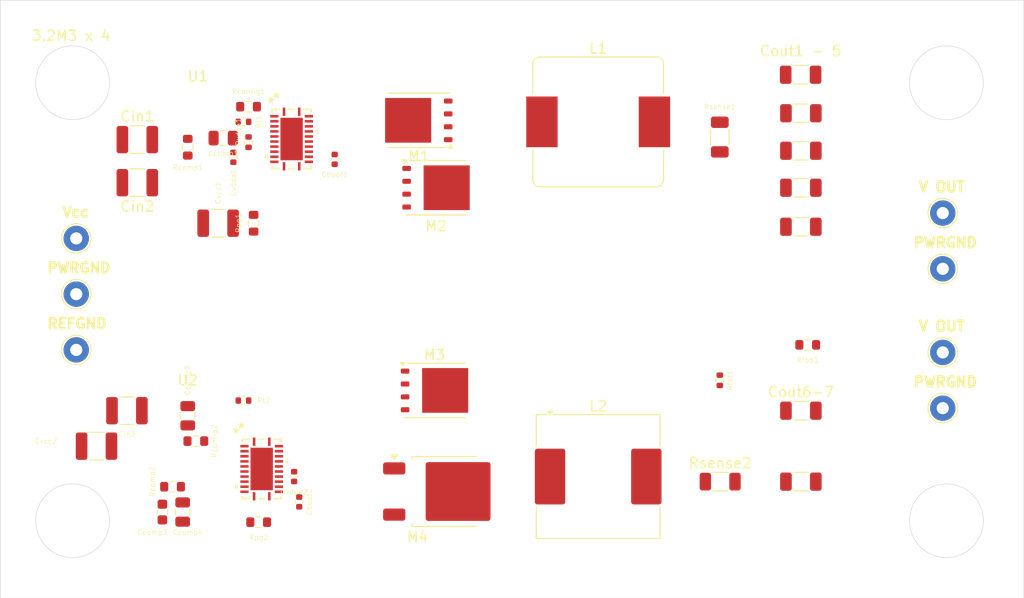
<source format=kicad_pcb>
(kicad_pcb (version 20241229) (generator "pcbnew") (generator_version "9.0")
  (layers (0 "F.Cu" signal) (4 "In1.Cu" mixed) (6 "In2.Cu" mixed) (2 "B.Cu" signal) (13 "F.Paste" user) (15 "B.Paste" user) (5 "F.SilkS" user "F.Silkscreen") (7 "B.SilkS" user "B.Silkscreen") (1 "F.Mask" user) (3 "B.Mask" user) (25 "Edge.Cuts" user))
  (net 0 "")
  (net 1 "Net-(U1-CBOOT)")
  (net 2 "Net-(M2-D)")
  (net 3 "Net-(M4-D)")
  (net 4 "Net-(U2-CBOOT)")
  (net 5 "GNDREF")
  (net 6 "Net-(Ccomp1-Pad1)")
  (net 7 "Net-(U1-EXTCOMP)")
  (net 8 "Net-(Ccomp3-Pad2)")
  (net 9 "Net-(U2-EXTCOMP)")
  (net 10 "GNDPWR")
  (net 11 "VCC")
  (net 12 "Net-(Con2-Pin_1)")
  (net 13 "Net-(Con3-Pin_1)")
  (net 14 "Net-(U1-VCC)")
  (net 15 "Net-(U2-VCC)")
  (net 16 "Net-(U1-PFM{slash}SYNC)")
  (net 17 "Net-(U2-PFM{slash}SYNC)")
  (net 18 "Net-(U1-ISNS+)")
  (net 19 "Net-(U2-ISNS+)")
  (net 20 "Net-(M1-G)")
  (net 21 "Net-(M2-G)")
  (net 22 "Net-(M3-G)")
  (net 23 "Net-(M4-G)")
  (net 24 "Net-(U1-CNFG)")
  (net 25 "Net-(U2-CNFG)")
  (net 26 "Net-(U2-FB)")
  (net 27 "Net-(U1-PG{slash}SYNCOUT)")
  (net 28 "Net-(U2-PG{slash}SYNCOUT)")
  (net 29 "Net-(U1-RT)")
  (net 30 "Net-(U2-RT)")
  (net 31 "Net-(U1-FB)")
  (footprint "Resistor_SMD:R_0402_1005Metric" (layer "F.Cu") (at 110.5 56 90)
    (property "Reference" "Rfbt1" (at 0 1 90) (layer "F.SilkS") (effects (font (size 0.5 0.5) (thickness 0.05))))
    (property "Value" "232K")
    (fp_line (start -0.153641 -0.38) (end 0.153641 -0.38) (stroke (width 0.12)) (layer "F.SilkS"))
    (fp_line (start -0.153641 0.38) (end 0.153641 0.38) (stroke (width 0.12)) (layer "F.SilkS"))
    (pad "1" smd roundrect (at -0.51 0 90) (size 0.54 0.64) (layers "F.Cu" "F.Mask" "F.Paste") (net 13 "Net-(Con3-Pin_1)"))
    (pad "2" smd roundrect (at 0.51 0 90) (size 0.54 0.64) (layers "F.Cu" "F.Mask" "F.Paste") (net 26 "Net-(U2-FB)"))
  )
  (footprint "Resistor_SMD:R_0603_1608Metric" (layer "F.Cu") (at 65 70)
    (property "Reference" "Rpg2" (at 0 1.5 0) (layer "F.SilkS") (effects (font (size 0.5 0.5) (thickness 0.05))))
    (property "Value" "100k")
    (fp_line (start -0.237258 -0.5225) (end 0.237258 -0.5225) (stroke (width 0.12)) (layer "F.SilkS"))
    (fp_line (start -0.237258 0.5225) (end 0.237258 0.5225) (stroke (width 0.12)) (layer "F.SilkS"))
    (pad "1" smd roundrect (at -0.825 0) (size 0.8 0.95) (layers "F.Cu" "F.Mask" "F.Paste") (net 15 "Net-(U2-VCC)"))
    (pad "2" smd roundrect (at 0.825 0) (size 0.8 0.95) (layers "F.Cu" "F.Mask" "F.Paste") (net 28 "Net-(U2-PG{slash}SYNCOUT)"))
  )
  (footprint "Capacitor_SMD:C_0402_1005Metric" (layer "F.Cu") (at 68.5 65.5 -90)
    (property "Reference" "Cvdda2" (at 1.5 0 180) (layer "F.SilkS") (effects (font (size 0.5 0.5) (thickness 0.05))))
    (property "Value" "100n")
    (fp_line (start -0.107836 0.36) (end 0.107836 0.36) (stroke (width 0.12)) (layer "F.SilkS"))
    (fp_line (start -0.107836 -0.36) (end 0.107836 -0.36) (stroke (width 0.12)) (layer "F.SilkS"))
    (pad "1" smd roundrect (at -0.48 0 270) (size 0.56 0.62) (layers "F.Cu" "F.Mask" "F.Paste") (net 17 "Net-(U2-PFM{slash}SYNC)"))
    (pad "2" smd roundrect (at 0.48 0 270) (size 0.56 0.62) (layers "F.Cu" "F.Mask" "F.Paste") (net 5 "GNDREF"))
  )
  (footprint "Capacitor_SMD:C_0402_1005Metric" (layer "F.Cu") (at 69 68 -90)
    (property "Reference" "Cboot2" (at 0 -1 90) (layer "F.SilkS") (effects (font (size 0.5 0.5) (thickness 0.05))))
    (property "Value" "100n")
    (fp_line (start -0.107836 0.36) (end 0.107836 0.36) (stroke (width 0.12)) (layer "F.SilkS"))
    (fp_line (start -0.107836 -0.36) (end 0.107836 -0.36) (stroke (width 0.12)) (layer "F.SilkS"))
    (pad "1" smd roundrect (at -0.48 0 270) (size 0.56 0.62) (layers "F.Cu" "F.Mask" "F.Paste") (net 4 "Net-(U2-CBOOT)"))
    (pad "2" smd roundrect (at 0.48 0 270) (size 0.56 0.62) (layers "F.Cu" "F.Mask" "F.Paste") (net 3 "Net-(M4-D)"))
  )
  (footprint "Resistor_SMD:R_0402_1005Metric" (layer "F.Cu") (at 63.5 58 180)
    (property "Reference" "Rt2" (at -2 0 0) (layer "F.SilkS") (effects (font (size 0.5 0.5) (thickness 0.05))))
    (property "Value" "29.4K")
    (fp_line (start -0.153641 0.38) (end 0.153641 0.38) (stroke (width 0.12)) (layer "F.SilkS"))
    (fp_line (start -0.153641 -0.38) (end 0.153641 -0.38) (stroke (width 0.12)) (layer "F.SilkS"))
    (pad "1" smd roundrect (at -0.51 0 180) (size 0.54 0.64) (layers "F.Cu" "F.Mask" "F.Paste") (net 5 "GNDREF"))
    (pad "2" smd roundrect (at 0.51 0 180) (size 0.54 0.64) (layers "F.Cu" "F.Mask" "F.Paste") (net 30 "Net-(U2-RT)"))
  )
  (footprint "Capacitor_SMD:C_0805_2012Metric" (layer "F.Cu") (at 57.5 69 90)
    (property "Reference" "Ccomp4" (at -2 0.5 180) (layer "F.SilkS") (effects (font (size 0.5 0.5) (thickness 0.05))))
    (property "Value" "68p")
    (fp_line (start -0.261252 -0.735) (end 0.261252 -0.735) (stroke (width 0.12)) (layer "F.SilkS"))
    (fp_line (start -0.261252 0.735) (end 0.261252 0.735) (stroke (width 0.12)) (layer "F.SilkS"))
    (pad "1" smd roundrect (at -0.95 0 90) (size 1 1.45) (layers "F.Cu" "F.Mask" "F.Paste") (net 5 "GNDREF"))
    (pad "2" smd roundrect (at 0.95 0 90) (size 1 1.45) (layers "F.Cu" "F.Mask" "F.Paste") (net 9 "Net-(U2-EXTCOMP)"))
  )
  (footprint "Capacitor_SMD:C_1210_3225Metric" (layer "F.Cu") (at 52 59 180)
    (property "Reference" "Cin3" (at 0 -2.3 0) (layer "F.SilkS") (effects (font (size 0.5 0.5) (thickness 0.05))))
    (property "Value" "3.3u")
    (fp_line (start -0.711252 1.36) (end 0.711252 1.36) (stroke (width 0.12)) (layer "F.SilkS"))
    (fp_line (start -0.711252 -1.36) (end 0.711252 -1.36) (stroke (width 0.12)) (layer "F.SilkS"))
    (pad "1" smd roundrect (at -1.475 0 180) (size 1.15 2.7) (layers "F.Cu" "F.Mask" "F.Paste") (roundrect_rratio 0.217391) (net 11 "VCC"))
    (pad "2" smd roundrect (at 1.475 0 180) (size 1.15 2.7) (layers "F.Cu" "F.Mask" "F.Paste") (roundrect_rratio 0.217391) (net 10 "GNDPWR"))
  )
  (footprint "Resistor_SMD:R_0603_1608Metric" (layer "F.Cu") (at 119.175 52.5)
    (property "Reference" "Rfbb1" (at 0 1.5 0) (layer "F.SilkS") (effects (font (size 0.5 0.5) (thickness 0.05))))
    (property "Value" "10K")
    (fp_line (start -0.237258 -0.5225) (end 0.237258 -0.5225) (stroke (width 0.12)) (layer "F.SilkS"))
    (fp_line (start -0.237258 0.5225) (end 0.237258 0.5225) (stroke (width 0.12)) (layer "F.SilkS"))
    (pad "1" smd roundrect (at -0.825 0) (size 0.8 0.95) (layers "F.Cu" "F.Mask" "F.Paste") (net 26 "Net-(U2-FB)"))
    (pad "2" smd roundrect (at 0.825 0) (size 0.8 0.95) (layers "F.Cu" "F.Mask" "F.Paste") (net 10 "GNDPWR"))
  )
  (footprint "Wire Holes:Vout Holed" (layer "F.Cu") (at 132.5 39.5)
    (property "Reference" "Con2" (hide yes))
    (property "Value" "12V Out" (hide yes))
    (fp_circle (center 0 0) (end 0 1.45) (stroke (width 0.12)) (fill no) (layer "F.SilkS"))
    (fp_circle (center 0 5.5) (end 0 6.95) (stroke (width 0.12)) (fill no) (layer "F.SilkS"))
    (fp_text user "V OUT" (at -2.5 -2 0) (layer "F.SilkS") (effects (font (thickness 0.25) (bold yes)) (justify left bottom)))
    (fp_text user "PWRGND" (at -3 3.5 0) (layer "F.SilkS") (effects (font (thickness 0.25) (bold yes)) (justify left bottom)))
    (pad "1" thru_hole circle (at 0 0) (size 2.5 2.5) (drill 1.2) (layers "*.Cu" "*.Mask") (net 12 "Net-(Con2-Pin_1)"))
    (pad "2" thru_hole circle (at 0 5.5) (size 2.5 2.5) (drill 1.2) (layers "*.Cu" "*.Mask") (net 10 "GNDPWR"))
  )
  (footprint "Resistor_SMD:R_0603_1608Metric" (layer "F.Cu") (at 58.8 62)
    (property "Reference" "Rconfig2" (at 1.825 0 90) (layer "F.SilkS") (effects (font (size 0.5 0.5) (thickness 0.05))))
    (property "Value" "40.2K")
    (fp_line (start -0.237258 -0.5225) (end 0.237258 -0.5225) (stroke (width 0.12)) (layer "F.SilkS"))
    (fp_line (start -0.237258 0.5225) (end 0.237258 0.5225) (stroke (width 0.12)) (layer "F.SilkS"))
    (pad "1" smd roundrect (at -0.825 0) (size 0.8 0.95) (layers "F.Cu" "F.Mask" "F.Paste") (net 5 "GNDREF"))
    (pad "2" smd roundrect (at 0.825 0) (size 0.8 0.95) (layers "F.Cu" "F.Mask" "F.Paste") (net 25 "Net-(U2-CNFG)"))
  )
  (footprint "Resistor_SMD:R_0603_1608Metric" (layer "F.Cu") (at 64.5 40.5 -90)
    (property "Reference" "Rpg1" (at 0 1.5 90) (layer "F.SilkS") (effects (font (size 0.5 0.5) (thickness 0.05))))
    (property "Value" "100K")
    (fp_line (start -0.237258 0.5225) (end 0.237258 0.5225) (stroke (width 0.12)) (layer "F.SilkS"))
    (fp_line (start -0.237258 -0.5225) (end 0.237258 -0.5225) (stroke (width 0.12)) (layer "F.SilkS"))
    (pad "1" smd roundrect (at -0.825 0 270) (size 0.8 0.95) (layers "F.Cu" "F.Mask" "F.Paste") (net 14 "Net-(U1-VCC)"))
    (pad "2" smd roundrect (at 0.825 0 270) (size 0.8 0.95) (layers "F.Cu" "F.Mask" "F.Paste") (net 27 "Net-(U1-PG{slash}SYNCOUT)"))
  )
  (footprint "Package_TO_SOT_SMD:TO-252-2" (layer "F.Cu") (at 83.415 66.975)
    (property "Reference" "M4" (at -2.74 4.5 0) (layer "F.SilkS"))
    (property "Value" "100V 200A")
    (fp_line (start -3.31 -3.45) (end -3.31 -3.18) (stroke (width 0.12)) (layer "F.SilkS"))
    (fp_line (start -3.31 3.45) (end -3.31 3.18) (stroke (width 0.12)) (layer "F.SilkS"))
    (fp_line (start 3.11 -3.45) (end -3.31 -3.45) (stroke (width 0.12)) (layer "F.SilkS"))
    (fp_line (start 3.11 3.45) (end -3.31 3.45) (stroke (width 0.12)) (layer "F.SilkS"))
    (fp_poly (pts (xy -5.04 -3.14) (xy -5.38 -3.61) (xy -4.7 -3.61)) (stroke (width 0.12)) (fill yes) (layer "F.SilkS"))
    (pad "1" smd roundrect (at -5.04 -2.28) (size 2.2 1.2) (layers "F.Cu" "F.Mask" "F.Paste") (roundrect_rratio 0.208333) (net 23 "Net-(M4-G)"))
    (pad "2" smd roundrect (at 1.26 0) (size 6.4 5.8) (layers "F.Cu" "F.Mask") (roundrect_rratio 0.043103) (net 3 "Net-(M4-D)"))
    (pad "3" smd roundrect (at -5.04 2.28) (size 2.2 1.2) (layers "F.Cu" "F.Mask" "F.Paste") (roundrect_rratio 0.208333) (net 10 "GNDPWR"))
  )
  (footprint "Capacitor_SMD:C_1206_3216Metric" (layer "F.Cu") (at 118.5 66)
    (property "Reference" "Cout7" (hide yes))
    (property "Value" "4.7u")
    (fp_line (start -0.711252 -0.91) (end 0.711252 -0.91) (stroke (width 0.12)) (layer "F.SilkS"))
    (fp_line (start -0.711252 0.91) (end 0.711252 0.91) (stroke (width 0.12)) (layer "F.SilkS"))
    (pad "1" smd roundrect (at -1.475 0) (size 1.15 1.8) (layers "F.Cu" "F.Mask" "F.Paste") (roundrect_rratio 0.217391) (net 13 "Net-(Con3-Pin_1)"))
    (pad "2" smd roundrect (at 1.475 0) (size 1.15 1.8) (layers "F.Cu" "F.Mask" "F.Paste") (roundrect_rratio 0.217391) (net 10 "GNDPWR"))
  )
  (footprint "Resistor_SMD:R_0603_1608Metric" (layer "F.Cu") (at 56.5 66.5)
    (property "Reference" "Rcomp2" (at -2 -0.5 90) (layer "F.SilkS") (effects (font (size 0.5 0.5) (thickness 0.05))))
    (property "Value" "5.23k")
    (fp_line (start -0.237258 -0.5225) (end 0.237258 -0.5225) (stroke (width 0.12)) (layer "F.SilkS"))
    (fp_line (start -0.237258 0.5225) (end 0.237258 0.5225) (stroke (width 0.12)) (layer "F.SilkS"))
    (pad "1" smd roundrect (at -0.825 0) (size 0.8 0.95) (layers "F.Cu" "F.Mask" "F.Paste") (net 8 "Net-(Ccomp3-Pad2)"))
    (pad "2" smd roundrect (at 0.825 0) (size 0.8 0.95) (layers "F.Cu" "F.Mask" "F.Paste") (net 9 "Net-(U2-EXTCOMP)"))
  )
  (footprint "Package_TO_SOT_SMD:TDSON-8-1" (layer "F.Cu") (at 80.8 30.35 180)
    (property "Reference" "M1" (at 0 -3.5 0) (layer "F.SilkS"))
    (property "Value" "80V 77A")
    (fp_line (start 3.06 2.685) (end -3.06 2.685) (stroke (width 0.12)) (layer "F.SilkS"))
    (fp_line (start 3.06 -2.685) (end -2.62 -2.685) (stroke (width 0.12)) (layer "F.SilkS"))
    (fp_poly (pts (xy -3.131622 -2.42027) (xy -3.371622 -2.75027) (xy -2.891622 -2.75027) (xy -3.131622 -2.42027)) (stroke (width 0.12)) (fill yes) (layer "F.SilkS"))
    (pad "1" smd roundrect (at -2.9 -1.905 180) (size 0.85 0.5) (layers "F.Cu" "F.Mask" "F.Paste") (net 2 "Net-(M2-D)"))
    (pad "2" smd roundrect (at -2.9 -0.635 180) (size 0.85 0.5) (layers "F.Cu" "F.Mask" "F.Paste") (net 2 "Net-(M2-D)"))
    (pad "3" smd roundrect (at -2.9 0.635 180) (size 0.85 0.5) (layers "F.Cu" "F.Mask" "F.Paste") (net 2 "Net-(M2-D)"))
    (pad "4" smd roundrect (at -2.9 1.905 180) (size 0.85 0.5) (layers "F.Cu" "F.Mask" "F.Paste") (net 20 "Net-(M1-G)"))
    (pad "5" smd rect (at 1.05 0 180) (size 4.55 4.41) (layers "F.Cu") (net 11 "VCC"))
  )
  (footprint "Resistor_SMD:R_1206_3216Metric" (layer "F.Cu") (at 110.5 32 -90)
    (property "Reference" "Rsense1" (at -3 0 0) (layer "F.SilkS") (effects (font (size 0.5 0.5) (thickness 0.05))))
    (property "Value" "6m")
    (fp_line (start -0.727064 0.91) (end 0.727064 0.91) (stroke (width 0.12)) (layer "F.SilkS"))
    (fp_line (start -0.727064 -0.91) (end 0.727064 -0.91) (stroke (width 0.12)) (layer "F.SilkS"))
    (pad "1" smd roundrect (at -1.4625 0 270) (size 1.125 1.75) (layers "F.Cu" "F.Mask" "F.Paste") (roundrect_rratio 0.222222) (net 18 "Net-(U1-ISNS+)"))
    (pad "2" smd roundrect (at 1.4625 0 270) (size 1.125 1.75) (layers "F.Cu" "F.Mask" "F.Paste") (roundrect_rratio 0.222222) (net 12 "Net-(Con2-Pin_1)"))
  )
  (footprint "Inductor_SMD:L_Coilcraft_MSS1210-XXX" (layer "F.Cu") (at 98.5 65.5)
    (property "Reference" "L2" (at 0 -6.95 0) (layer "F.SilkS"))
    (property "Value" "10u")
    (fp_line (start -6.11 -6.11) (end -5.047 -6.11) (stroke (width 0.12)) (layer "F.SilkS"))
    (fp_line (start -6.11 -3.01) (end -6.11 -6.11) (stroke (width 0.12)) (layer "F.SilkS"))
    (fp_line (start -6.11 6.11) (end -6.11 3.01) (stroke (width 0.12)) (layer "F.SilkS"))
    (fp_line (start -4.453 -6.11) (end 6.11 -6.11) (stroke (width 0.12)) (layer "F.SilkS"))
    (fp_line (start 6.11 -6.11) (end 6.11 -3.01) (stroke (width 0.12)) (layer "F.SilkS"))
    (fp_line (start 6.11 3.01) (end 6.11 6.11) (stroke (width 0.12)) (layer "F.SilkS"))
    (fp_line (start 6.11 6.11) (end -6.11 6.11) (stroke (width 0.12)) (layer "F.SilkS"))
    (fp_poly (pts (xy -4.75 -6.11) (xy -4.99 -6.44) (xy -4.51 -6.44)) (stroke (width 0.12)) (fill yes) (layer "F.SilkS"))
    (pad "1" smd roundrect (at -4.75 0) (size 3 5.5) (layers "F.Cu" "F.Mask" "F.Paste") (roundrect_rratio 0.083333) (net 3 "Net-(M4-D)"))
    (pad "2" smd roundrect (at 4.75 0) (size 3 5.5) (layers "F.Cu" "F.Mask" "F.Paste") (roundrect_rratio 0.083333) (net 19 "Net-(U2-ISNS+)"))
  )
  (footprint "Resistor_SMD:R_0603_1608Metric" (layer "F.Cu") (at 58 33 -90)
    (property "Reference" "Rcomp1" (at 2 0 0) (layer "F.SilkS") (effects (font (size 0.5 0.5) (thickness 0.05))))
    (property "Value" "4.7K")
    (fp_line (start -0.237258 0.5225) (end 0.237258 0.5225) (stroke (width 0.12)) (layer "F.SilkS"))
    (fp_line (start -0.237258 -0.5225) (end 0.237258 -0.5225) (stroke (width 0.12)) (layer "F.SilkS"))
    (pad "1" smd roundrect (at -0.825 0 270) (size 0.8 0.95) (layers "F.Cu" "F.Mask" "F.Paste") (net 6 "Net-(Ccomp1-Pad1)"))
    (pad "2" smd roundrect (at 0.825 0 270) (size 0.8 0.95) (layers "F.Cu" "F.Mask" "F.Paste") (net 7 "Net-(U1-EXTCOMP)"))
  )
  (footprint "Capacitor_SMD:C_0805_2012Metric" (layer "F.Cu") (at 61.5 32.1)
    (property "Reference" "Ccomp1" (at 0 1.5 0) (layer "F.SilkS") (effects (font (size 0.5 0.5) (thickness 0.05))))
    (property "Value" "3.9n")
    (fp_line (start -0.261252 -0.735) (end 0.261252 -0.735) (stroke (width 0.12)) (layer "F.SilkS"))
    (fp_line (start -0.261252 0.735) (end 0.261252 0.735) (stroke (width 0.12)) (layer "F.SilkS"))
    (pad "1" smd roundrect (at -0.95 0) (size 1 1.45) (layers "F.Cu" "F.Mask" "F.Paste") (net 6 "Net-(Ccomp1-Pad1)"))
    (pad "2" smd roundrect (at 0.95 0) (size 1 1.45) (layers "F.Cu" "F.Mask" "F.Paste") (net 5 "GNDREF"))
  )
  (footprint "Capacitor_SMD:C_1210_3225Metric" (layer "F.Cu") (at 53.025 32.25)
    (property "Reference" "Cin1" (at 0 -2.3 0) (layer "F.SilkS"))
    (property "Value" "2.2u")
    (fp_line (start -0.711252 -1.36) (end 0.711252 -1.36) (stroke (width 0.12)) (layer "F.SilkS"))
    (fp_line (start -0.711252 1.36) (end 0.711252 1.36) (stroke (width 0.12)) (layer "F.SilkS"))
    (pad "1" smd roundrect (at -1.475 0) (size 1.15 2.7) (layers "F.Cu" "F.Mask" "F.Paste") (roundrect_rratio 0.217391) (net 11 "VCC"))
    (pad "2" smd roundrect (at 1.475 0) (size 1.15 2.7) (layers "F.Cu" "F.Mask" "F.Paste") (roundrect_rratio 0.217391) (net 10 "GNDPWR"))
  )
  (footprint "Capacitor_SMD:C_1206_3216Metric" (layer "F.Cu") (at 118.5 29.65)
    (property "Reference" "Cout2" (hide yes))
    (property "Value" "10u")
    (fp_line (start -0.711252 -0.91) (end 0.711252 -0.91) (stroke (width 0.12)) (layer "F.SilkS"))
    (fp_line (start -0.711252 0.91) (end 0.711252 0.91) (stroke (width 0.12)) (layer "F.SilkS"))
    (pad "1" smd roundrect (at -1.475 0) (size 1.15 1.8) (layers "F.Cu" "F.Mask" "F.Paste") (roundrect_rratio 0.217391) (net 12 "Net-(Con2-Pin_1)"))
    (pad "2" smd roundrect (at 1.475 0) (size 1.15 1.8) (layers "F.Cu" "F.Mask" "F.Paste") (roundrect_rratio 0.217391) (net 10 "GNDPWR"))
  )
  (footprint "Resistor_SMD:R_0603_1608Metric" (layer "F.Cu") (at 64 29)
    (property "Reference" "Rconfig1" (at 0 -1.5 0) (layer "F.SilkS") (effects (font (size 0.5 0.5) (thickness 0.05))))
    (property "Value" "40.2K")
    (fp_line (start -0.237258 -0.5225) (end 0.237258 -0.5225) (stroke (width 0.12)) (layer "F.SilkS"))
    (fp_line (start -0.237258 0.5225) (end 0.237258 0.5225) (stroke (width 0.12)) (layer "F.SilkS"))
    (pad "1" smd roundrect (at -0.825 0) (size 0.8 0.95) (layers "F.Cu" "F.Mask" "F.Paste") (net 5 "GNDREF"))
    (pad "2" smd roundrect (at 0.825 0) (size 0.8 0.95) (layers "F.Cu" "F.Mask" "F.Paste") (net 24 "Net-(U1-CNFG)"))
  )
  (footprint "Capacitor_SMD:C_0805_2012Metric" (layer "F.Cu") (at 58 59.5 -90)
    (property "Reference" "Ccomp2" (at -3.5 0 90) (layer "F.SilkS") (effects (font (size 0.5 0.5) (thickness 0.05))))
    (property "Value" "100p")
    (fp_line (start -0.261252 0.735) (end 0.261252 0.735) (stroke (width 0.12)) (layer "F.SilkS"))
    (fp_line (start -0.261252 -0.735) (end 0.261252 -0.735) (stroke (width 0.12)) (layer "F.SilkS"))
    (pad "1" smd roundrect (at -0.95 0 270) (size 1 1.45) (layers "F.Cu" "F.Mask" "F.Paste") (net 7 "Net-(U1-EXTCOMP)"))
    (pad "2" smd roundrect (at 0.95 0 270) (size 1 1.45) (layers "F.Cu" "F.Mask" "F.Paste") (net 5 "GNDREF"))
  )
  (footprint "Resistor_SMD:R_0402_1005Metric" (layer "F.Cu") (at 64 32.5 -90)
    (property "Reference" "Rvdda1" (at -1.01 1 90) (layer "F.SilkS") (effects (font (size 0.5 0.5) (thickness 0.05))))
    (property "Value" "47.5K")
    (fp_line (start -0.153641 0.38) (end 0.153641 0.38) (stroke (width 0.12)) (layer "F.SilkS"))
    (fp_line (start -0.153641 -0.38) (end 0.153641 -0.38) (stroke (width 0.12)) (layer "F.SilkS"))
    (pad "1" smd roundrect (at -0.51 0 270) (size 0.54 0.64) (layers "F.Cu" "F.Mask" "F.Paste") (net 31 "Net-(U1-FB)"))
    (pad "2" smd roundrect (at 0.51 0 270) (size 0.54 0.64) (layers "F.Cu" "F.Mask" "F.Paste") (net 16 "Net-(U1-PFM{slash}SYNC)"))
  )
  (footprint "Wire Holes:Vin Holes" (layer "F.Cu") (at 47 42)
    (property "Reference" "Con1" (hide yes))
    (property "Value" "Battery In" (hide yes))
    (fp_circle (center 0 0) (end 0 1.45) (stroke (width 0.12)) (fill no) (layer "F.SilkS"))
    (fp_circle (center 0 5.5) (end 0 6.95) (stroke (width 0.12)) (fill no) (layer "F.SilkS"))
    (fp_circle (center 0 11) (end 0 12.45) (stroke (width 0.12)) (fill no) (layer "F.SilkS"))
    (fp_text user "PWRGND" (at -3 3.5 0) (layer "F.SilkS") (effects (font (thickness 0.25) (bold yes)) (justify left bottom)))
    (fp_text user "REFGND" (at -3 9 0) (layer "F.SilkS") (effects (font (thickness 0.25) (bold yes)) (justify left bottom)))
    (fp_text user "Vcc" (at -1.5 -2 0) (layer "F.SilkS") (effects (font (thickness 0.25) (bold yes)) (justify left bottom)))
    (pad "1" thru_hole circle (at 0 0) (size 2.5 2.5) (drill 1.2) (layers "*.Cu" "*.Mask") (net 11 "VCC"))
    (pad "2" thru_hole circle (at 0 5.5) (size 2.5 2.5) (drill 1.2) (layers "*.Cu" "*.Mask") (net 10 "GNDPWR"))
    (pad "3" thru_hole circle (at 0 11) (size 2.5 2.5) (drill 1.2) (layers "*.Cu" "*.Mask") (net 5 "GNDREF"))
  )
  (footprint "Wire Holes:Vout Holed" (layer "F.Cu") (at 132.5 53.25)
    (property "Reference" "Con3" (hide yes))
    (property "Value" "19.5V Out" (hide yes))
    (fp_circle (center 0 0) (end 0 1.45) (stroke (width 0.12)) (fill no) (layer "F.SilkS"))
    (fp_circle (center 0 5.5) (end 0 6.95) (stroke (width 0.12)) (fill no) (layer "F.SilkS"))
    (fp_text user "V OUT" (at -2.5 -2 0) (layer "F.SilkS") (effects (font (thickness 0.25) (bold yes)) (justify left bottom)))
    (fp_text user "PWRGND" (at -3 3.5 0) (layer "F.SilkS") (effects (font (thickness 0.25) (bold yes)) (justify left bottom)))
    (pad "1" thru_hole circle (at 0 0) (size 2.5 2.5) (drill 1.2) (layers "*.Cu" "*.Mask") (net 13 "Net-(Con3-Pin_1)"))
    (pad "2" thru_hole circle (at 0 5.5) (size 2.5 2.5) (drill 1.2) (layers "*.Cu" "*.Mask") (net 10 "GNDPWR"))
  )
  (footprint "Inductor_SMD:L_Bourns_SRP1245A" (layer "F.Cu") (at 98.5 30.5)
    (property "Reference" "L1" (at 0 -7.25 0) (layer "F.SilkS"))
    (property "Value" "6.8u")
    (fp_line (start -6.45 -5.75) (end -6.45 -2.8) (stroke (width 0.12)) (layer "F.SilkS"))
    (fp_line (start -6.45 2.8) (end -6.45 5.7) (stroke (width 0.12)) (layer "F.SilkS"))
    (fp_line (start -5.75 -6.4) (end 5.75 -6.4) (stroke (width 0.12)) (layer "F.SilkS"))
    (fp_line (start 5.75 6.4) (end -5.75 6.4) (stroke (width 0.12)) (layer "F.SilkS"))
    (fp_line (start 6.45 -5.7) (end 6.45 -2.8) (stroke (width 0.12)) (layer "F.SilkS"))
    (fp_line (start 6.45 2.8) (end 6.45 5.7) (stroke (width 0.12)) (layer "F.SilkS"))
    (fp_arc (start -6.45 -5.7) (mid -6.244975 -6.194975) (end -5.75 -6.4) (stroke (width 0.12)) (layer "F.SilkS"))
    (fp_arc (start -5.75 6.4) (mid -6.244975 6.194975) (end -6.45 5.7) (stroke (width 0.12)) (layer "F.SilkS"))
    (fp_arc (start 5.75 -6.4) (mid 6.244975 -6.194975) (end 6.45 -5.7) (stroke (width 0.12)) (layer "F.SilkS"))
    (fp_arc (start 6.45 5.7) (mid 6.244975 6.194975) (end 5.75 6.4) (stroke (width 0.12)) (layer "F.SilkS"))
    (pad "1" smd rect (at -5.55 0) (size 3.1 5) (layers "F.Cu" "F.Mask" "F.Paste") (net 2 "Net-(M2-D)"))
    (pad "2" smd rect (at 5.55 0) (size 3.1 5) (layers "F.Cu" "F.Mask" "F.Paste") (net 18 "Net-(U1-ISNS+)"))
  )
  (footprint "Capacitor_SMD:C_1206_3216Metric" (layer "F.Cu") (at 118.5 59)
    (property "Reference" "Cout6-7" (at 0 -1.85 0) (layer "F.SilkS"))
    (property "Value" "4.7u")
    (fp_line (start -0.711252 -0.91) (end 0.711252 -0.91) (stroke (width 0.12)) (layer "F.SilkS"))
    (fp_line (start -0.711252 0.91) (end 0.711252 0.91) (stroke (width 0.12)) (layer "F.SilkS"))
    (pad "1" smd roundrect (at -1.475 0) (size 1.15 1.8) (layers "F.Cu" "F.Mask" "F.Paste") (roundrect_rratio 0.217391) (net 13 "Net-(Con3-Pin_1)"))
    (pad "2" smd roundrect (at 1.475 0) (size 1.15 1.8) (layers "F.Cu" "F.Mask" "F.Paste") (roundrect_rratio 0.217391) (net 10 "GNDPWR"))
  )
  (footprint "Capacitor_SMD:C_1206_3216Metric" (layer "F.Cu") (at 118.5 33.35)
    (property "Reference" "Cout3" (hide yes))
    (property "Value" "10u")
    (fp_line (start -0.711252 -0.91) (end 0.711252 -0.91) (stroke (width 0.12)) (layer "F.SilkS"))
    (fp_line (start -0.711252 0.91) (end 0.711252 0.91) (stroke (width 0.12)) (layer "F.SilkS"))
    (pad "1" smd roundrect (at -1.475 0) (size 1.15 1.8) (layers "F.Cu" "F.Mask" "F.Paste") (roundrect_rratio 0.217391) (net 12 "Net-(Con2-Pin_1)"))
    (pad "2" smd roundrect (at 1.475 0) (size 1.15 1.8) (layers "F.Cu" "F.Mask" "F.Paste") (roundrect_rratio 0.217391) (net 10 "GNDPWR"))
  )
  (footprint "Capacitor_SMD:C_1206_3216Metric" (layer "F.Cu") (at 118.5 37)
    (property "Reference" "Cout4" (hide yes))
    (property "Value" "10u")
    (fp_line (start -0.711252 -0.91) (end 0.711252 -0.91) (stroke (width 0.12)) (layer "F.SilkS"))
    (fp_line (start -0.711252 0.91) (end 0.711252 0.91) (stroke (width 0.12)) (layer "F.SilkS"))
    (pad "1" smd roundrect (at -1.475 0) (size 1.15 1.8) (layers "F.Cu" "F.Mask" "F.Paste") (roundrect_rratio 0.217391) (net 12 "Net-(Con2-Pin_1)"))
    (pad "2" smd roundrect (at 1.475 0) (size 1.15 1.8) (layers "F.Cu" "F.Mask" "F.Paste") (roundrect_rratio 0.217391) (net 10 "GNDPWR"))
  )
  (footprint "Resistor_SMD:R_0402_1005Metric" (layer "F.Cu") (at 63.5 30.5)
    (property "Reference" "Rt1" (at 1.5 0 90) (layer "F.SilkS") (effects (font (size 0.5 0.5) (thickness 0.05))))
    (property "Value" "39K")
    (fp_line (start -0.153641 -0.38) (end 0.153641 -0.38) (stroke (width 0.12)) (layer "F.SilkS"))
    (fp_line (start -0.153641 0.38) (end 0.153641 0.38) (stroke (width 0.12)) (layer "F.SilkS"))
    (pad "1" smd roundrect (at -0.51 0) (size 0.54 0.64) (layers "F.Cu" "F.Mask" "F.Paste") (net 5 "GNDREF"))
    (pad "2" smd roundrect (at 0.51 0) (size 0.54 0.64) (layers "F.Cu" "F.Mask" "F.Paste") (net 29 "Net-(U1-RT)"))
  )
  (footprint "LM5149:VQFN24_RGY_TEX" (layer "F.Cu") (at 68.25 32.1924)
    (property "Reference" "U1" (at -9.249999 -6.1924 0) (layer "F.SilkS"))
    (property "Value" "LM5149RGYR")
    (fp_line (start -1.9304 -2.921) (end -1.9304 -2.709741) (stroke (width 0.1524)) (layer "F.SilkS"))
    (fp_line (start -1.9304 2.709741) (end -1.9304 2.921) (stroke (width 0.1524)) (layer "F.SilkS"))
    (fp_line (start -1.9304 2.921) (end -1.209741 2.921) (stroke (width 0.1524)) (layer "F.SilkS"))
    (fp_line (start -1.209741 -2.921) (end -1.9304 -2.921) (stroke (width 0.1524)) (layer "F.SilkS"))
    (fp_line (start -0.290261 2.921) (end 0.290261 2.921) (stroke (width 0.1524)) (layer "F.SilkS"))
    (fp_line (start 0.290261 -2.921) (end -0.290261 -2.921) (stroke (width 0.1524)) (layer "F.SilkS"))
    (fp_line (start 1.209741 2.921) (end 1.9304 2.921) (stroke (width 0.1524)) (layer "F.SilkS"))
    (fp_line (start 1.9304 -2.921) (end 1.209741 -2.921) (stroke (width 0.1524)) (layer "F.SilkS"))
    (fp_line (start 1.9304 -2.709741) (end 1.9304 -2.921) (stroke (width 0.1524)) (layer "F.SilkS"))
    (fp_line (start 1.9304 2.921) (end 1.9304 2.709741) (stroke (width 0.1524)) (layer "F.SilkS"))
    (fp_poly (pts (xy -2.6162 1.559499) (xy -2.6162 1.940499) (xy -2.3622 1.940499) (xy -2.3622 1.559499)) (fill yes) (layer "F.SilkS"))
    (fp_poly (pts (xy 2.6162 -0.940501) (xy 2.6162 -0.559501) (xy 2.3622 -0.559501) (xy 2.3622 -0.940501)) (fill yes) (layer "F.SilkS"))
    (fp_text user "*" (at -1.5 -4 0) (layer "F.SilkS"))
    (fp_text user "*" (at -2.04 -3.5 0) (layer "F.SilkS"))
    (pad "1" smd rect (at -0.750001 -2.6924) (size 0.254 0.8128) (layers "F.Cu" "F.Mask" "F.Paste") (net 5 "GNDREF"))
    (pad "2" smd rect (at -1.7018 -2.250001 90) (size 0.254 0.8128) (layers "F.Cu" "F.Mask" "F.Paste"))
    (pad "3" smd rect (at -1.7018 -1.749999 90) (size 0.254 0.8128) (layers "F.Cu" "F.Mask" "F.Paste") (net 24 "Net-(U1-CNFG)"))
    (pad "4" smd rect (at -1.7018 -1.25 90) (size 0.254 0.8128) (layers "F.Cu" "F.Mask" "F.Paste") (net 29 "Net-(U1-RT)"))
    (pad "5" smd rect (at -1.7018 -0.750001 90) (size 0.254 0.8128) (layers "F.Cu" "F.Mask" "F.Paste") (net 7 "Net-(U1-EXTCOMP)"))
    (pad "6" smd rect (at -1.7018 -0.25 90) (size 0.254 0.8128) (layers "F.Cu" "F.Mask" "F.Paste") (net 31 "Net-(U1-FB)"))
    (pad "7" smd rect (at -1.7018 0.25 90) (size 0.254 0.8128) (layers "F.Cu" "F.Mask" "F.Paste") (net 5 "GNDREF"))
    (pad "8" smd rect (at -1.7018 0.750001 90) (size 0.254 0.8128) (layers "F.Cu" "F.Mask" "F.Paste") (net 16 "Net-(U1-PFM{slash}SYNC)"))
    (pad "9" smd rect (at -1.7018 1.25 90) (size 0.254 0.8128) (layers "F.Cu" "F.Mask" "F.Paste") (net 14 "Net-(U1-VCC)"))
    (pad "10" smd rect (at -1.7018 1.749999 90) (size 0.254 0.8128) (layers "F.Cu" "F.Mask" "F.Paste") (net 10 "GNDPWR"))
    (pad "11" smd rect (at -1.7018 2.250001 90) (size 0.254 0.8128) (layers "F.Cu" "F.Mask" "F.Paste") (net 21 "Net-(M2-G)"))
    (pad "12" smd rect (at -0.750001 2.6924) (size 0.254 0.8128) (layers "F.Cu" "F.Mask" "F.Paste") (net 11 "VCC"))
    (pad "13" smd rect (at 0.750001 2.6924) (size 0.254 0.8128) (layers "F.Cu" "F.Mask" "F.Paste") (net 20 "Net-(M1-G)"))
    (pad "14" smd rect (at 1.7018 2.250001 90) (size 0.254 0.8128) (layers "F.Cu" "F.Mask" "F.Paste") (net 2 "Net-(M2-D)"))
    (pad "15" smd rect (at 1.7018 1.749999 90) (size 0.254 0.8128) (layers "F.Cu" "F.Mask" "F.Paste") (net 1 "Net-(U1-CBOOT)"))
    (pad "16" smd rect (at 1.7018 1.25 90) (size 0.254 0.8128) (layers "F.Cu" "F.Mask" "F.Paste") (net 5 "GNDREF"))
    (pad "17" smd rect (at 1.7018 0.750001 90) (size 0.254 0.8128) (layers "F.Cu" "F.Mask" "F.Paste") (net 27 "Net-(U1-PG{slash}SYNCOUT)"))
    (pad "18" smd rect (at 1.7018 0.25 90) (size 0.254 0.8128) (layers "F.Cu" "F.Mask" "F.Paste") (net 16 "Net-(U1-PFM{slash}SYNC)"))
    (pad "19" smd rect (at 1.7018 -0.25 90) (size 0.254 0.8128) (layers "F.Cu" "F.Mask" "F.Paste") (net 11 "VCC"))
    (pad "20" smd rect (at 1.7018 -0.750001 90) (size 0.254 0.8128) (layers "F.Cu" "F.Mask" "F.Paste") (net 18 "Net-(U1-ISNS+)"))
    (pad "21" smd rect (at 1.7018 -1.25 90) (size 0.254 0.8128) (layers "F.Cu" "F.Mask" "F.Paste") (net 12 "Net-(Con2-Pin_1)"))
    (pad "22" smd rect (at 1.7018 -1.749999 90) (size 0.254 0.8128) (layers "F.Cu" "F.Mask" "F.Paste"))
    (pad "23" smd rect (at 1.7018 -2.250001 90) (size 0.254 0.8128) (layers "F.Cu" "F.Mask" "F.Paste"))
    (pad "24" smd rect (at 0.750001 -2.6924) (size 0.254 0.8128) (layers "F.Cu" "F.Mask" "F.Paste") (net 5 "GNDREF"))
    (pad "25" smd rect (at 0 0) (size 2.2098 4.191) (layers "F.Cu" "F.Mask" "F.Paste") (net 5 "GNDREF"))
  )
  (footprint "Package_TO_SOT_SMD:TDSON-8-1" (layer "F.Cu") (at 82.5 37)
    (property "Reference" "M2" (at 0 3.785 0) (layer "F.SilkS"))
    (property "Value" "80V 77A")
    (fp_line (start 3.06 -2.685) (end -2.62 -2.685) (stroke (width 0.12)) (layer "F.SilkS"))
    (fp_line (start 3.06 2.685) (end -3.06 2.685) (stroke (width 0.12)) (layer "F.SilkS"))
    (fp_poly (pts (xy -3.131622 -2.42027) (xy -3.371622 -2.75027) (xy -2.891622 -2.75027) (xy -3.131622 -2.42027)) (stroke (width 0.12)) (fill yes) (layer "F.SilkS"))
    (pad "1" smd roundrect (at -2.9 -1.905) (size 0.85 0.5) (layers "F.Cu" "F.Mask" "F.Paste") (net 10 "GNDPWR"))
    (pad "2" smd roundrect (at -2.9 -0.635) (size 0.85 0.5) (layers "F.Cu" "F.Mask" "F.Paste") (net 10 "GNDPWR"))
    (pad "3" smd roundrect (at -2.9 0.635) (size 0.85 0.5) (layers "F.Cu" "F.Mask" "F.Paste") (net 10 "GNDPWR"))
    (pad "4" smd roundrect (at -2.9 1.905) (size 0.85 0.5) (layers "F.Cu" "F.Mask" "F.Paste") (net 21 "Net-(M2-G)"))
    (pad "5" smd rect (at 1.05 0) (size 4.55 4.41) (layers "F.Cu") (net 2 "Net-(M2-D)"))
  )
  (footprint "LM5149:VQFN24_RGY_TEX" (layer "F.Cu") (at 65.2982 64.75)
    (property "Reference" "U2" (at -7.2982 -8.75 0) (layer "F.SilkS"))
    (property "Value" "LM5149RGYR")
    (fp_line (start -1.9304 -2.921) (end -1.9304 -2.709741) (stroke (width 0.1524)) (layer "F.SilkS"))
    (fp_line (start -1.9304 2.709741) (end -1.9304 2.921) (stroke (width 0.1524)) (layer "F.SilkS"))
    (fp_line (start -1.9304 2.921) (end -1.209741 2.921) (stroke (width 0.1524)) (layer "F.SilkS"))
    (fp_line (start -1.209741 -2.921) (end -1.9304 -2.921) (stroke (width 0.1524)) (layer "F.SilkS"))
    (fp_line (start -0.290261 2.921) (end 0.290261 2.921) (stroke (width 0.1524)) (layer "F.SilkS"))
    (fp_line (start 0.290261 -2.921) (end -0.290261 -2.921) (stroke (width 0.1524)) (layer "F.SilkS"))
    (fp_line (start 1.209741 2.921) (end 1.9304 2.921) (stroke (width 0.1524)) (layer "F.SilkS"))
    (fp_line (start 1.9304 -2.921) (end 1.209741 -2.921) (stroke (width 0.1524)) (layer "F.SilkS"))
    (fp_line (start 1.9304 -2.709741) (end 1.9304 -2.921) (stroke (width 0.1524)) (layer "F.SilkS"))
    (fp_line (start 1.9304 2.921) (end 1.9304 2.709741) (stroke (width 0.1524)) (layer "F.SilkS"))
    (fp_poly (pts (xy -2.6162 1.559499) (xy -2.6162 1.940499) (xy -2.3622 1.940499) (xy -2.3622 1.559499)) (fill yes) (layer "F.SilkS"))
    (fp_poly (pts (xy 2.6162 -0.940501) (xy 2.6162 -0.559501) (xy 2.3622 -0.559501) (xy 2.3622 -0.940501)) (fill yes) (layer "F.SilkS"))
    (fp_text user "*" (at -2.5 -3.5 0) (layer "F.SilkS"))
    (fp_text user "*" (at -2 -4 0) (layer "F.SilkS"))
    (pad "1" smd rect (at -0.750001 -2.6924) (size 0.254 0.8128) (layers "F.Cu" "F.Mask" "F.Paste") (net 5 "GNDREF"))
    (pad "2" smd rect (at -1.7018 -2.250001 90) (size 0.254 0.8128) (layers "F.Cu" "F.Mask" "F.Paste"))
    (pad "3" smd rect (at -1.7018 -1.749999 90) (size 0.254 0.8128) (layers "F.Cu" "F.Mask" "F.Paste") (net 25 "Net-(U2-CNFG)"))
    (pad "4" smd rect (at -1.7018 -1.25 90) (size 0.254 0.8128) (layers "F.Cu" "F.Mask" "F.Paste") (net 30 "Net-(U2-RT)"))
    (pad "5" smd rect (at -1.7018 -0.750001 90) (size 0.254 0.8128) (layers "F.Cu" "F.Mask" "F.Paste") (net 9 "Net-(U2-EXTCOMP)"))
    (pad "6" smd rect (at -1.7018 -0.25 90) (size 0.254 0.8128) (layers "F.Cu" "F.Mask" "F.Paste") (net 26 "Net-(U2-FB)"))
    (pad "7" smd rect (at -1.7018 0.25 90) (size 0.254 0.8128) (layers "F.Cu" "F.Mask" "F.Paste") (net 5 "GNDREF"))
    (pad "8" smd rect (at -1.7018 0.750001 90) (size 0.254 0.8128) (layers "F.Cu" "F.Mask" "F.Paste") (net 17 "Net-(U2-PFM{slash}SYNC)"))
    (pad "9" smd rect (at -1.7018 1.25 90) (size 0.254 0.8128) (layers "F.Cu" "F.Mask" "F.Paste") (net 15 "Net-(U2-VCC)"))
    (pad "10" smd rect (at -1.7018 1.749999 90) (size 0.254 0.8128) (layers "F.Cu" "F.Mask" "F.Paste") (net 10 "GNDPWR"))
    (pad "11" smd rect (at -1.7018 2.250001 90) (size 0.254 0.8128) (layers "F.Cu" "F.Mask" "F.Paste") (net 23 "Net-(M4-G)"))
    (pad "12" smd rect (at -0.750001 2.6924) (size 0.254 0.8128) (layers "F.Cu" "F.Mask" "F.Paste") (net 11 "VCC"))
    (pad "13" smd rect (at 0.750001 2.6924) (size 0.254 0.8128) (layers "F.Cu" "F.Mask" "F.Paste") (net 22 "Net-(M3-G)"))
    (pad "14" smd rect (at 1.7018 2.250001 90) (size 0.254 0.8128) (layers "F.Cu" "F.Mask" "F.Paste") (net 3 "Net-(M4-D)"))
    (pad "15" smd rect (at 1.7018 1.749999 90) (size 0.254 0.8128) (layers "F.Cu" "F.Mask" "F.Paste") (net 4 "Net-(U2-CBOOT)"))
    (pad "16" smd rect (at 1.7018 1.25 90) (size 0.254 0.8128) (layers "F.Cu" "F.Mask" "F.Paste") (net 5 "GNDREF"))
    (pad "17" smd rect (at 1.7018 0.750001 90) (size 0.254 0.8128) (layers "F.Cu" "F.Mask" "F.Paste") (net 28 "Net-(U2-PG{slash}SYNCOUT)"))
    (pad "18" smd rect (at 1.7018 0.25 90) (size 0.254 0.8128) (layers "F.Cu" "F.Mask" "F.Paste") (net 17 "Net-(U2-PFM{slash}SYNC)"))
    (pad "19" smd rect (at 1.7018 -0.25 90) (size 0.254 0.8128) (layers "F.Cu" "F.Mask" "F.Paste") (net 11 "VCC"))
    (pad "20" smd rect (at 1.7018 -0.750001 90) (size 0.254 0.8128) (layers "F.Cu" "F.Mask" "F.Paste") (net 19 "Net-(U2-ISNS+)"))
    (pad "21" smd rect (at 1.7018 -1.25 90) (size 0.254 0.8128) (layers "F.Cu" "F.Mask" "F.Paste") (net 13 "Net-(Con3-Pin_1)"))
    (pad "22" smd rect (at 1.7018 -1.749999 90) (size 0.254 0.8128) (layers "F.Cu" "F.Mask" "F.Paste"))
    (pad "23" smd rect (at 1.7018 -2.250001 90) (size 0.254 0.8128) (layers "F.Cu" "F.Mask" "F.Paste"))
    (pad "24" smd rect (at 0.750001 -2.6924) (size 0.254 0.8128) (layers "F.Cu" "F.Mask" "F.Paste") (net 5 "GNDREF"))
    (pad "25" smd rect (at 0 0) (size 2.2098 4.191) (layers "F.Cu" "F.Mask" "F.Paste") (net 5 "GNDREF"))
  )
  (footprint "Resistor_SMD:R_1206_3216Metric" (layer "F.Cu") (at 110.5375 66)
    (property "Reference" "Rsense2" (at 0 -1.83 0) (layer "F.SilkS"))
    (property "Value" "9m")
    (fp_line (start -0.727064 -0.91) (end 0.727064 -0.91) (stroke (width 0.12)) (layer "F.SilkS"))
    (fp_line (start -0.727064 0.91) (end 0.727064 0.91) (stroke (width 0.12)) (layer "F.SilkS"))
    (pad "1" smd roundrect (at -1.4625 0) (size 1.125 1.75) (layers "F.Cu" "F.Mask" "F.Paste") (roundrect_rratio 0.222222) (net 19 "Net-(U2-ISNS+)"))
    (pad "2" smd roundrect (at 1.4625 0) (size 1.125 1.75) (layers "F.Cu" "F.Mask" "F.Paste") (roundrect_rratio 0.222222) (net 13 "Net-(Con3-Pin_1)"))
  )
  (footprint "Capacitor_SMD:C_0603_1608Metric" (layer "F.Cu") (at 55.5 69 90)
    (property "Reference" "Ccomp3" (at -2 -1 180) (layer "F.SilkS") (effects (font (size 0.5 0.5) (thickness 0.05))))
    (property "Value" "2.7n")
    (fp_line (start -0.14058 -0.51) (end 0.14058 -0.51) (stroke (width 0.12)) (layer "F.SilkS"))
    (fp_line (start -0.14058 0.51) (end 0.14058 0.51) (stroke (width 0.12)) (layer "F.SilkS"))
    (pad "1" smd roundrect (at -0.775 0 90) (size 0.9 0.95) (layers "F.Cu" "F.Mask" "F.Paste") (net 5 "GNDREF"))
    (pad "2" smd roundrect (at 0.775 0 90) (size 0.9 0.95) (layers "F.Cu" "F.Mask" "F.Paste") (net 8 "Net-(Ccomp3-Pad2)"))
  )
  (footprint "Capacitor_SMD:C_1210_3225Metric" (layer "F.Cu") (at 53.025 36.5)
    (property "Reference" "Cin2" (at 0 2.3424 0) (layer "F.SilkS"))
    (property "Value" "2.2u")
    (fp_line (start -0.711252 -1.36) (end 0.711252 -1.36) (stroke (width 0.12)) (layer "F.SilkS"))
    (fp_line (start -0.711252 1.36) (end 0.711252 1.36) (stroke (width 0.12)) (layer "F.SilkS"))
    (pad "1" smd roundrect (at -1.475 0) (size 1.15 2.7) (layers "F.Cu" "F.Mask" "F.Paste") (roundrect_rratio 0.217391) (net 11 "VCC"))
    (pad "2" smd roundrect (at 1.475 0) (size 1.15 2.7) (layers "F.Cu" "F.Mask" "F.Paste") (roundrect_rratio 0.217391) (net 10 "GNDPWR"))
  )
  (footprint "Capacitor_SMD:C_0402_1005Metric" (layer "F.Cu") (at 62.5 34 90)
    (property "Reference" "Cvdda1" (at -2.5 0 90) (layer "F.SilkS") (effects (font (size 0.5 0.5) (thickness 0.05))))
    (property "Value" "100n")
    (fp_line (start -0.107836 -0.36) (end 0.107836 -0.36) (stroke (width 0.12)) (layer "F.SilkS"))
    (fp_line (start -0.107836 0.36) (end 0.107836 0.36) (stroke (width 0.12)) (layer "F.SilkS"))
    (pad "1" smd roundrect (at -0.48 0 90) (size 0.56 0.62) (layers "F.Cu" "F.Mask" "F.Paste") (net 16 "Net-(U1-PFM{slash}SYNC)"))
    (pad "2" smd roundrect (at 0.48 0 90) (size 0.56 0.62) (layers "F.Cu" "F.Mask" "F.Paste") (net 5 "GNDREF"))
  )
  (footprint "Capacitor_SMD:C_1210_3225Metric" (layer "F.Cu") (at 61 40.5 180)
    (property "Reference" "Cvcc1" (at 0 3 90) (layer "F.SilkS") (effects (font (size 0.5 0.5) (thickness 0.05))))
    (property "Value" "2.2u")
    (fp_line (start -0.711252 1.36) (end 0.711252 1.36) (stroke (width 0.12)) (layer "F.SilkS"))
    (fp_line (start -0.711252 -1.36) (end 0.711252 -1.36) (stroke (width 0.12)) (layer "F.SilkS"))
    (pad "1" smd roundrect (at -1.475 0 180) (size 1.15 2.7) (layers "F.Cu" "F.Mask" "F.Paste") (roundrect_rratio 0.217391) (net 14 "Net-(U1-VCC)"))
    (pad "2" smd roundrect (at 1.475 0 180) (size 1.15 2.7) (layers "F.Cu" "F.Mask" "F.Paste") (roundrect_rratio 0.217391) (net 10 "GNDPWR"))
  )
  (footprint "Capacitor_SMD:C_1206_3216Metric" (layer "F.Cu") (at 118.5 40.85)
    (property "Reference" "Cout5" (hide yes))
    (property "Value" "10u")
    (fp_line (start -0.711252 -0.91) (end 0.711252 -0.91) (stroke (width 0.12)) (layer "F.SilkS"))
    (fp_line (start -0.711252 0.91) (end 0.711252 0.91) (stroke (width 0.12)) (layer "F.SilkS"))
    (pad "1" smd roundrect (at -1.475 0) (size 1.15 1.8) (layers "F.Cu" "F.Mask" "F.Paste") (roundrect_rratio 0.217391) (net 12 "Net-(Con2-Pin_1)"))
    (pad "2" smd roundrect (at 1.475 0) (size 1.15 1.8) (layers "F.Cu" "F.Mask" "F.Paste") (roundrect_rratio 0.217391) (net 10 "GNDPWR"))
  )
  (footprint "Capacitor_SMD:C_1206_3216Metric" (layer "F.Cu") (at 118.475 25.85)
    (property "Reference" "Cout1 - 5" (at 0 -2.35 0) (layer "F.SilkS"))
    (property "Value" "10u")
    (fp_line (start -0.711252 -0.91) (end 0.711252 -0.91) (stroke (width 0.12)) (layer "F.SilkS"))
    (fp_line (start -0.711252 0.91) (end 0.711252 0.91) (stroke (width 0.12)) (layer "F.SilkS"))
    (pad "1" smd roundrect (at -1.475 0) (size 1.15 1.8) (layers "F.Cu" "F.Mask" "F.Paste") (roundrect_rratio 0.217391) (net 12 "Net-(Con2-Pin_1)"))
    (pad "2" smd roundrect (at 1.475 0) (size 1.15 1.8) (layers "F.Cu" "F.Mask" "F.Paste") (roundrect_rratio 0.217391) (net 10 "GNDPWR"))
  )
  (footprint "Package_TO_SOT_SMD:TDSON-8-1" (layer "F.Cu") (at 82.35 57)
    (property "Reference" "M3" (at 0 -3.5 0) (layer "F.SilkS"))
    (property "Value" "80V 77A")
    (fp_line (start 3.06 -2.685) (end -2.62 -2.685) (stroke (width 0.12)) (layer "F.SilkS"))
    (fp_line (start 3.06 2.685) (end -3.06 2.685) (stroke (width 0.12)) (layer "F.SilkS"))
    (fp_poly (pts (xy -3.131622 -2.42027) (xy -3.371622 -2.75027) (xy -2.891622 -2.75027) (xy -3.131622 -2.42027)) (stroke (width 0.12)) (fill yes) (layer "F.SilkS"))
    (pad "1" smd roundrect (at -2.9 -1.905) (size 0.85 0.5) (layers "F.Cu" "F.Mask" "F.Paste") (net 3 "Net-(M4-D)"))
    (pad "2" smd roundrect (at -2.9 -0.635) (size 0.85 0.5) (layers "F.Cu" "F.Mask" "F.Paste") (net 3 "Net-(M4-D)"))
    (pad "3" smd roundrect (at -2.9 0.635) (size 0.85 0.5) (layers "F.Cu" "F.Mask" "F.Paste") (net 3 "Net-(M4-D)"))
    (pad "4" smd roundrect (at -2.9 1.905) (size 0.85 0.5) (layers "F.Cu" "F.Mask" "F.Paste") (net 22 "Net-(M3-G)"))
    (pad "5" smd rect (at 1.05 0) (size 4.55 4.41) (layers "F.Cu") (net 11 "VCC"))
  )
  (footprint "Capacitor_SMD:C_1210_3225Metric" (layer "F.Cu") (at 49 62.5)
    (property "Reference" "Cvcc2" (at -5 -0.5 0) (layer "F.SilkS") (effects (font (size 0.5 0.5) (thickness 0.05))))
    (property "Value" "2.2u")
    (fp_line (start -0.711252 -1.36) (end 0.711252 -1.36) (stroke (width 0.12)) (layer "F.SilkS"))
    (fp_line (start -0.711252 1.36) (end 0.711252 1.36) (stroke (width 0.12)) (layer "F.SilkS"))
    (pad "1" smd roundrect (at -1.475 0) (size 1.15 2.7) (layers "F.Cu" "F.Mask" "F.Paste") (roundrect_rratio 0.217391) (net 15 "Net-(U2-VCC)"))
    (pad "2" smd roundrect (at 1.475 0) (size 1.15 2.7) (layers "F.Cu" "F.Mask" "F.Paste") (roundrect_rratio 0.217391) (net 10 "GNDPWR"))
  )
  (footprint "Capacitor_SMD:C_0402_1005Metric" (layer "F.Cu") (at 72.5 34.2 -90)
    (property "Reference" "Cboot1" (at 1.5 0 180) (layer "F.SilkS") (effects (font (size 0.5 0.5) (thickness 0.05))))
    (property "Value" "100n")
    (fp_line (start -0.107836 0.36) (end 0.107836 0.36) (stroke (width 0.12)) (layer "F.SilkS"))
    (fp_line (start -0.107836 -0.36) (end 0.107836 -0.36) (stroke (width 0.12)) (layer "F.SilkS"))
    (pad "1" smd roundrect (at -0.48 0 270) (size 0.56 0.62) (layers "F.Cu" "F.Mask" "F.Paste") (net 1 "Net-(U1-CBOOT)"))
    (pad "2" smd roundrect (at 0.48 0 270) (size 0.56 0.62) (layers "F.Cu" "F.Mask" "F.Paste") (net 2 "Net-(M2-D)"))
  )
  (gr_circle (center 46.640055 26.640055) (end 50.140055 25.640055) (stroke (width 0.05)) (fill no) (layer "Edge.Cuts"))
  (gr_circle (center 132.859945 69.859945) (end 136.359945 68.859945) (stroke (width 0.05)) (fill no) (layer "Edge.Cuts"))
  (gr_rect (start 39.5 18.5) (end 140.5 77.5) (stroke (width 0.05)) (fill no) (layer "Edge.Cuts"))
  (gr_circle (center 46.640055 69.859945) (end 50.140055 68.859945) (stroke (width 0.05)) (fill no) (layer "Edge.Cuts"))
  (gr_circle (center 132.859945 26.640055) (end 136.359945 25.640055) (stroke (width 0.05)) (fill no) (layer "Edge.Cuts"))
  (gr_text "3.2M3 x 4" (at 46.5 22 0) (layer "F.SilkS") (effects (font (size 1 1))))
)
</source>
